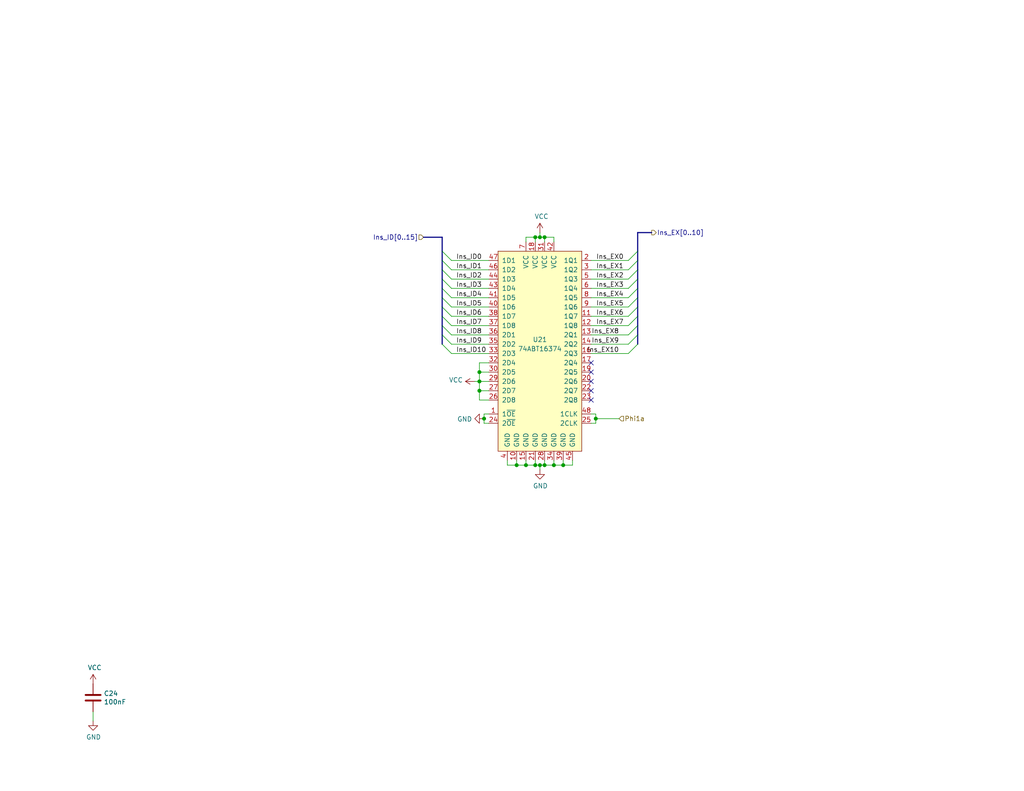
<source format=kicad_sch>
(kicad_sch (version 20211123) (generator eeschema)
  (paper "USLetter")
  (title_block (date "2022-04-13") (rev "A"))
  (lib_symbols
    (symbol "74xx (kicad5):74ABT16374" (pin_names (offset 1.016))
      (property "Reference" "U" (at 0 1.27 0))
      (property "Value" "74ABT16374" (at 0 -1.27 0))
      (symbol "74ABT16374_0_0"
        (pin input line (at -13.97 -20.32 0) (length 2.54) (name "1~{OE}") (number "1"))
        (pin power_in line (at -6.35 -33.02 90) (length 2.54) (name "GND") (number "10"))
        (pin tri_state line (at 13.97 6.35 180) (length 2.54) (name "1Q7") (number "11"))
        (pin tri_state line (at 13.97 3.81 180) (length 2.54) (name "1Q8") (number "12"))
        (pin tri_state line (at 13.97 1.27 180) (length 2.54) (name "2Q1") (number "13"))
        (pin tri_state line (at 13.97 -1.27 180) (length 2.54) (name "2Q2") (number "14"))
        (pin power_in line (at -3.81 -33.02 90) (length 2.54) (name "GND") (number "15"))
        (pin tri_state line (at 13.97 -3.81 180) (length 2.54) (name "2Q3") (number "16"))
        (pin tri_state line (at 13.97 -6.35 180) (length 2.54) (name "2Q4") (number "17"))
        (pin power_in line (at -1.27 26.67 270) (length 2.54) (name "VCC") (number "18"))
        (pin tri_state line (at 13.97 -8.89 180) (length 2.54) (name "2Q5") (number "19"))
        (pin tri_state line (at 13.97 21.59 180) (length 2.54) (name "1Q1") (number "2"))
        (pin tri_state line (at 13.97 -11.43 180) (length 2.54) (name "2Q6") (number "20"))
        (pin power_in line (at -1.27 -33.02 90) (length 2.54) (name "GND") (number "21"))
        (pin tri_state line (at 13.97 -13.97 180) (length 2.54) (name "2Q7") (number "22"))
        (pin tri_state line (at 13.97 -16.51 180) (length 2.54) (name "2Q8") (number "23"))
        (pin input line (at -13.97 -22.86 0) (length 2.54) (name "2~{OE}") (number "24"))
        (pin input line (at 13.97 -22.86 180) (length 2.54) (name "2CLK") (number "25"))
        (pin input line (at -13.97 -16.51 0) (length 2.54) (name "2D8") (number "26"))
        (pin input line (at -13.97 -13.97 0) (length 2.54) (name "2D7") (number "27"))
        (pin power_in line (at 1.27 -33.02 90) (length 2.54) (name "GND") (number "28"))
        (pin input line (at -13.97 -11.43 0) (length 2.54) (name "2D6") (number "29"))
        (pin tri_state line (at 13.97 19.05 180) (length 2.54) (name "1Q2") (number "3"))
        (pin input line (at -13.97 -8.89 0) (length 2.54) (name "2D5") (number "30"))
        (pin power_in line (at 1.27 26.67 270) (length 2.54) (name "VCC") (number "31"))
        (pin input line (at -13.97 -6.35 0) (length 2.54) (name "2D4") (number "32"))
        (pin input line (at -13.97 -3.81 0) (length 2.54) (name "2D3") (number "33"))
        (pin power_in line (at 3.81 -33.02 90) (length 2.54) (name "GND") (number "34"))
        (pin input line (at -13.97 -1.27 0) (length 2.54) (name "2D2") (number "35"))
        (pin input line (at -13.97 1.27 0) (length 2.54) (name "2D1") (number "36"))
        (pin input line (at -13.97 3.81 0) (length 2.54) (name "1D8") (number "37"))
        (pin input line (at -13.97 6.35 0) (length 2.54) (name "1D7") (number "38"))
        (pin power_in line (at 6.35 -33.02 90) (length 2.54) (name "GND") (number "39"))
        (pin power_in line (at -8.89 -33.02 90) (length 2.54) (name "GND") (number "4"))
        (pin input line (at -13.97 8.89 0) (length 2.54) (name "1D6") (number "40"))
        (pin input line (at -13.97 11.43 0) (length 2.54) (name "1D5") (number "41"))
        (pin power_in line (at 3.81 26.67 270) (length 2.54) (name "VCC") (number "42"))
        (pin input line (at -13.97 13.97 0) (length 2.54) (name "1D4") (number "43"))
        (pin input line (at -13.97 16.51 0) (length 2.54) (name "1D3") (number "44"))
        (pin power_in line (at 8.89 -33.02 90) (length 2.54) (name "GND") (number "45"))
        (pin input line (at -13.97 19.05 0) (length 2.54) (name "1D2") (number "46"))
        (pin input line (at -13.97 21.59 0) (length 2.54) (name "1D1") (number "47"))
        (pin input line (at 13.97 -20.32 180) (length 2.54) (name "1CLK") (number "48"))
        (pin tri_state line (at 13.97 16.51 180) (length 2.54) (name "1Q3") (number "5"))
        (pin tri_state line (at 13.97 13.97 180) (length 2.54) (name "1Q4") (number "6"))
        (pin power_in line (at -3.81 26.67 270) (length 2.54) (name "VCC") (number "7"))
        (pin tri_state line (at 13.97 11.43 180) (length 2.54) (name "1Q5") (number "8"))
        (pin tri_state line (at 13.97 8.89 180) (length 2.54) (name "1Q6") (number "9"))
      )
      (symbol "74ABT16374_0_1"
        (rectangle (start -11.43 24.13) (end 11.43 -30.48) (fill (type background)))
      )
    )
    (symbol "Device:C" (pin_numbers hide) (pin_names (offset 0.254))
      (property "Reference" "C" (at 0.635 2.54 0))
      (property "Value" "C" (at 0.635 -2.54 0))
      (symbol "C_0_1"
        (polyline (pts (xy -2.032 -0.762) (xy 2.032 -0.762)) (stroke (width 0.508)))
        (polyline (pts (xy -2.032 0.762) (xy 2.032 0.762)) (stroke (width 0.508)))
      )
      (symbol "C_1_1"
        (pin passive line (at 0 3.81 270) (length 2.794) (name "~") (number "1"))
        (pin passive line (at 0 -3.81 90) (length 2.794) (name "~") (number "2"))
      )
    )
    (symbol "power:GND" (power) (pin_names (offset 0))
      (property "Value" "GND" (at 0 -3.81 0))
      (symbol "GND_0_1"
        (polyline (pts (xy 0 0) (xy 0 -1.27) (xy 1.27 -1.27) (xy 0 -2.54) (xy -1.27 -1.27) (xy 0 -1.27)))
      )
      (symbol "GND_1_1"
        (pin power_in line (at 0 0 270) (length 0) hide (name "GND") (number "1"))
      )
    )
    (symbol "power:VCC" (power) (pin_names (offset 0))
      (property "Value" "VCC" (at 0 3.81 0))
      (symbol "VCC_0_1"
        (polyline (pts (xy -0.762 1.27) (xy 0 2.54)))
        (polyline (pts (xy 0 0) (xy 0 2.54)))
        (polyline (pts (xy 0 2.54) (xy 0.762 1.27)))
      )
      (symbol "VCC_1_1"
        (pin power_in line (at 0 0 90) (length 0) hide (name "VCC") (number "1"))
      )
    )
  )
  (junction (at 148.59 127))
  (junction (at 162.56 114.3))
  (junction (at 147.32 127))
  (junction (at 147.32 64.77))
  (junction (at 151.13 127))
  (junction (at 146.05 64.77))
  (junction (at 130.81 106.68))
  (junction (at 140.97 127))
  (junction (at 130.81 104.14))
  (junction (at 132.08 114.3))
  (junction (at 146.05 127))
  (junction (at 148.59 64.77))
  (junction (at 143.51 127))
  (junction (at 130.81 101.6))
  (junction (at 153.67 127))
  (no_connect (at 161.29 106.68))
  (no_connect (at 161.29 104.14))
  (no_connect (at 161.29 101.6))
  (no_connect (at 161.29 109.22))
  (no_connect (at 161.29 99.06))
  (bus_entry (at 173.99 93.98) (size -2.54 2.54))
  (bus_entry (at 173.99 88.9) (size -2.54 2.54))
  (bus_entry (at 173.99 91.44) (size -2.54 2.54))
  (bus_entry (at 173.99 71.12) (size -2.54 2.54))
  (bus_entry (at 120.65 91.44) (size 2.54 2.54))
  (bus_entry (at 120.65 93.98) (size 2.54 2.54))
  (bus_entry (at 120.65 88.9) (size 2.54 2.54))
  (bus_entry (at 120.65 78.74) (size 2.54 2.54))
  (bus_entry (at 120.65 76.2) (size 2.54 2.54))
  (bus_entry (at 120.65 68.58) (size 2.54 2.54))
  (bus_entry (at 120.65 81.28) (size 2.54 2.54))
  (bus_entry (at 173.99 68.58) (size -2.54 2.54))
  (bus_entry (at 173.99 81.28) (size -2.54 2.54))
  (bus_entry (at 173.99 86.36) (size -2.54 2.54))
  (bus_entry (at 173.99 78.74) (size -2.54 2.54))
  (bus_entry (at 120.65 73.66) (size 2.54 2.54))
  (bus_entry (at 173.99 73.66) (size -2.54 2.54))
  (bus_entry (at 173.99 76.2) (size -2.54 2.54))
  (bus_entry (at 120.65 83.82) (size 2.54 2.54))
  (bus_entry (at 173.99 83.82) (size -2.54 2.54))
  (bus_entry (at 120.65 71.12) (size 2.54 2.54))
  (bus_entry (at 120.65 86.36) (size 2.54 2.54))
  (wire (pts (xy 130.81 101.6) (xy 130.81 104.14)))
  (wire (pts (xy 133.35 106.68) (xy 130.81 106.68)))
  (wire (pts (xy 171.45 93.98) (xy 161.29 93.98)))
  (bus (pts (xy 115.57 64.77) (xy 120.65 64.77)))
  (wire (pts (xy 132.08 113.03) (xy 132.08 114.3)))
  (wire (pts (xy 171.45 86.36) (xy 161.29 86.36)))
  (wire (pts (xy 171.45 91.44) (xy 161.29 91.44)))
  (bus (pts (xy 173.99 78.74) (xy 173.99 81.28)))
  (bus (pts (xy 173.99 73.66) (xy 173.99 76.2)))
  (wire (pts (xy 171.45 83.82) (xy 161.29 83.82)))
  (wire (pts (xy 147.32 127) (xy 148.59 127)))
  (wire (pts (xy 162.56 114.3) (xy 168.91 114.3)))
  (wire (pts (xy 162.56 114.3) (xy 162.56 115.57)))
  (wire (pts (xy 130.81 109.22) (xy 133.35 109.22)))
  (wire (pts (xy 133.35 99.06) (xy 130.81 99.06)))
  (wire (pts (xy 171.45 73.66) (xy 161.29 73.66)))
  (bus (pts (xy 173.99 86.36) (xy 173.99 88.9)))
  (wire (pts (xy 147.32 127) (xy 147.32 128.27)))
  (wire (pts (xy 171.45 81.28) (xy 161.29 81.28)))
  (wire (pts (xy 123.19 73.66) (xy 133.35 73.66)))
  (bus (pts (xy 173.99 83.82) (xy 173.99 86.36)))
  (wire (pts (xy 123.19 88.9) (xy 133.35 88.9)))
  (wire (pts (xy 171.45 88.9) (xy 161.29 88.9)))
  (wire (pts (xy 133.35 104.14) (xy 130.81 104.14)))
  (wire (pts (xy 123.19 76.2) (xy 133.35 76.2)))
  (wire (pts (xy 153.67 127) (xy 156.21 127)))
  (wire (pts (xy 148.59 125.73) (xy 148.59 127)))
  (wire (pts (xy 143.51 127) (xy 146.05 127)))
  (bus (pts (xy 173.99 76.2) (xy 173.99 78.74)))
  (wire (pts (xy 148.59 66.04) (xy 148.59 64.77)))
  (wire (pts (xy 147.32 64.77) (xy 148.59 64.77)))
  (wire (pts (xy 146.05 66.04) (xy 146.05 64.77)))
  (wire (pts (xy 140.97 125.73) (xy 140.97 127)))
  (wire (pts (xy 133.35 101.6) (xy 130.81 101.6)))
  (wire (pts (xy 133.35 113.03) (xy 132.08 113.03)))
  (bus (pts (xy 120.65 64.77) (xy 120.65 68.58)))
  (wire (pts (xy 123.19 81.28) (xy 133.35 81.28)))
  (wire (pts (xy 143.51 66.04) (xy 143.51 64.77)))
  (bus (pts (xy 120.65 91.44) (xy 120.65 93.98)))
  (wire (pts (xy 123.19 96.52) (xy 133.35 96.52)))
  (bus (pts (xy 120.65 73.66) (xy 120.65 76.2)))
  (wire (pts (xy 171.45 78.74) (xy 161.29 78.74)))
  (bus (pts (xy 120.65 76.2) (xy 120.65 78.74)))
  (bus (pts (xy 120.65 68.58) (xy 120.65 71.12)))
  (wire (pts (xy 156.21 127) (xy 156.21 125.73)))
  (wire (pts (xy 151.13 64.77) (xy 151.13 66.04)))
  (bus (pts (xy 173.99 91.44) (xy 173.99 93.98)))
  (wire (pts (xy 146.05 64.77) (xy 147.32 64.77)))
  (bus (pts (xy 120.65 83.82) (xy 120.65 86.36)))
  (bus (pts (xy 120.65 81.28) (xy 120.65 83.82)))
  (bus (pts (xy 173.99 68.58) (xy 173.99 71.12)))
  (wire (pts (xy 138.43 127) (xy 140.97 127)))
  (bus (pts (xy 120.65 88.9) (xy 120.65 91.44)))
  (wire (pts (xy 171.45 71.12) (xy 161.29 71.12)))
  (wire (pts (xy 123.19 83.82) (xy 133.35 83.82)))
  (wire (pts (xy 153.67 125.73) (xy 153.67 127)))
  (wire (pts (xy 161.29 113.03) (xy 162.56 113.03)))
  (wire (pts (xy 123.19 86.36) (xy 133.35 86.36)))
  (wire (pts (xy 151.13 127) (xy 153.67 127)))
  (bus (pts (xy 120.65 78.74) (xy 120.65 81.28)))
  (bus (pts (xy 173.99 71.12) (xy 173.99 73.66)))
  (bus (pts (xy 120.65 71.12) (xy 120.65 73.66)))
  (wire (pts (xy 130.81 99.06) (xy 130.81 101.6)))
  (wire (pts (xy 132.08 115.57) (xy 133.35 115.57)))
  (wire (pts (xy 123.19 71.12) (xy 133.35 71.12)))
  (wire (pts (xy 123.19 78.74) (xy 133.35 78.74)))
  (wire (pts (xy 123.19 91.44) (xy 133.35 91.44)))
  (wire (pts (xy 148.59 127) (xy 151.13 127)))
  (wire (pts (xy 143.51 125.73) (xy 143.51 127)))
  (wire (pts (xy 171.45 76.2) (xy 161.29 76.2)))
  (bus (pts (xy 120.65 86.36) (xy 120.65 88.9)))
  (bus (pts (xy 173.99 88.9) (xy 173.99 91.44)))
  (wire (pts (xy 25.4 196.85) (xy 25.4 194.31)))
  (bus (pts (xy 177.8 63.5) (xy 173.99 63.5)))
  (bus (pts (xy 173.99 63.5) (xy 173.99 68.58)))
  (wire (pts (xy 147.32 63.5) (xy 147.32 64.77)))
  (wire (pts (xy 162.56 113.03) (xy 162.56 114.3)))
  (wire (pts (xy 132.08 114.3) (xy 132.08 115.57)))
  (wire (pts (xy 143.51 64.77) (xy 146.05 64.77)))
  (wire (pts (xy 130.81 104.14) (xy 130.81 106.68)))
  (wire (pts (xy 148.59 64.77) (xy 151.13 64.77)))
  (wire (pts (xy 146.05 127) (xy 147.32 127)))
  (wire (pts (xy 140.97 127) (xy 143.51 127)))
  (bus (pts (xy 173.99 81.28) (xy 173.99 83.82)))
  (wire (pts (xy 171.45 96.52) (xy 161.29 96.52)))
  (wire (pts (xy 130.81 104.14) (xy 129.54 104.14)))
  (wire (pts (xy 151.13 125.73) (xy 151.13 127)))
  (wire (pts (xy 162.56 115.57) (xy 161.29 115.57)))
  (wire (pts (xy 123.19 93.98) (xy 133.35 93.98)))
  (wire (pts (xy 146.05 125.73) (xy 146.05 127)))
  (wire (pts (xy 138.43 125.73) (xy 138.43 127)))
  (wire (pts (xy 130.81 106.68) (xy 130.81 109.22)))
  (label "Ins_EX1" (at 170.18 73.66 180))
  (label "Ins_ID2" (at 124.46 76.2 0))
  (label "Ins_EX0" (at 170.18 71.12 180))
  (label "Ins_EX4" (at 170.18 81.28 180))
  (label "Ins_EX7" (at 170.18 88.9 180))
  (label "Ins_ID7" (at 124.46 88.9 0))
  (label "Ins_ID9" (at 124.46 93.98 0))
  (label "Ins_EX10" (at 168.91 96.52 180))
  (label "Ins_EX9" (at 168.91 93.98 180))
  (label "Ins_ID8" (at 124.46 91.44 0))
  (label "Ins_ID5" (at 124.46 83.82 0))
  (label "Ins_ID10" (at 124.46 96.52 0))
  (label "Ins_EX2" (at 170.18 76.2 180))
  (label "Ins_ID3" (at 124.46 78.74 0))
  (label "Ins_ID6" (at 124.46 86.36 0))
  (label "Ins_ID4" (at 124.46 81.28 0))
  (label "Ins_EX5" (at 170.18 83.82 180))
  (label "Ins_EX8" (at 168.91 91.44 180))
  (label "Ins_EX6" (at 170.18 86.36 180))
  (label "Ins_ID0" (at 124.46 71.12 0))
  (label "Ins_ID1" (at 124.46 73.66 0))
  (label "Ins_EX3" (at 170.18 78.74 180))
  (hierarchical_label "Ins_EX[0..10]" (shape output) (at 177.8 63.5 0))
  (hierarchical_label "Phi1a" (shape input) (at 168.91 114.3 0))
  (hierarchical_label "Ins_ID[0..15]" (shape input) (at 115.57 64.77 180))
  (symbol (lib_id "power:GND") (at 132.08 114.3 270) (unit 1)
    (property "Reference" "#PWR0125" (effects hide))
    (property "Value" "GND" (at 128.8288 114.427 90) (effects (justify right)))
  )
  (symbol (lib_id "Device:C") (at 25.4 190.5 0) (unit 1)
    (property "Reference" "C24" (at 28.321 189.3316 0) (effects (justify left)))
    (property "Value" "100nF" (at 28.321 191.643 0) (effects (justify left)))
    (property "Footprint" "Capacitor_SMD:C_0603_1608Metric_Pad1.08x0.95mm_HandSolder" (effects hide))
    (property "Mouser" "https://www.mouser.com/ProductDetail/963-EMK107B7104KAHT" (effects hide))
  )
  (symbol (lib_id "power:VCC") (at 25.4 186.69 0) (unit 1)
    (property "Reference" "#PWR0122" (effects hide))
    (property "Value" "VCC" (at 25.8318 182.2958 0))
  )
  (symbol (lib_id "power:GND") (at 25.4 196.85 0) (unit 1)
    (property "Reference" "#PWR0123" (effects hide))
    (property "Value" "GND" (at 25.527 201.2442 0))
  )
  (symbol (lib_id "power:VCC") (at 129.54 104.14 90) (unit 1)
    (property "Reference" "#PWR0124" (effects hide))
    (property "Value" "VCC" (at 126.3142 103.759 90) (effects (justify left)))
  )
  (symbol (lib_id "power:VCC") (at 147.32 63.5 0) (unit 1)
    (property "Reference" "#PWR0126" (effects hide))
    (property "Value" "VCC" (at 147.7518 59.1058 0))
  )
  (symbol (lib_id "power:GND") (at 147.32 128.27 0) (unit 1)
    (property "Reference" "#PWR0127" (effects hide))
    (property "Value" "GND" (at 147.447 132.6642 0))
  )
  (symbol (lib_id "74xx (kicad5):74ABT16374") (at 147.32 92.71 0) (unit 1)
    (property "Reference" "U21" (at 147.32 92.71 0))
    (property "Value" "74ABT16374" (at 147.32 95.25 0))
    (property "Footprint" "Package_SO:TSSOP-48_6.1x12.5mm_P0.5mm" (effects hide))
    (property "Datasheet" "https://www.ti.com/lit/ds/symlink/sn74abt16374a.pdf?HQS=dis-mous-null-mousermode-dsf-pf-null-wwe&ts=1617318801237" (effects hide))
    (property "Mouser" "https://www.mouser.com/ProductDetail/Texas-Instruments/SN74ABT16374ADGGR?qs=%2Fha2pyFadui8Wf%2F61v2joCyY9bOa3peBR5btn0VUHs8%3D" (effects hide))
  )
)
</source>
